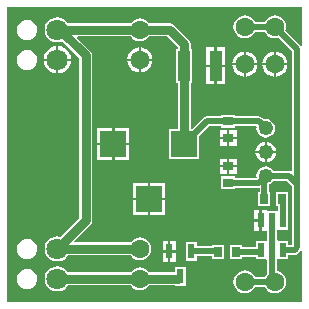
<source format=gtl>
%FSLAX24Y24*%
%MOIN*%
G70*
G01*
G75*
G04 Layer_Physical_Order=1*
G04 Layer_Color=255*
%ADD10R,0.0236X0.0512*%
%ADD11R,0.0276X0.0354*%
%ADD12R,0.0217X0.0512*%
%ADD13R,0.0354X0.0315*%
%ADD14R,0.0433X0.1024*%
%ADD15C,0.0300*%
%ADD16C,0.0200*%
%ADD17R,0.0866X0.0866*%
%ADD18C,0.0630*%
%ADD19C,0.0709*%
%ADD20C,0.0492*%
G36*
X19913Y18630D02*
X19865Y18615D01*
X19865Y18615D01*
X19355Y19126D01*
X19365Y19152D01*
X19378Y19250D01*
X19365Y19348D01*
X19328Y19439D01*
X19267Y19517D01*
X19189Y19578D01*
X19098Y19615D01*
X19000Y19628D01*
X18902Y19615D01*
X18811Y19578D01*
X18733Y19517D01*
X18672Y19439D01*
X18662Y19413D01*
X18338D01*
X18328Y19439D01*
X18267Y19517D01*
X18189Y19578D01*
X18098Y19615D01*
X18000Y19628D01*
X17902Y19615D01*
X17811Y19578D01*
X17733Y19517D01*
X17672Y19439D01*
X17635Y19348D01*
X17622Y19250D01*
X17635Y19152D01*
X17672Y19061D01*
X17733Y18983D01*
X17811Y18922D01*
X17902Y18885D01*
X18000Y18872D01*
X18098Y18885D01*
X18189Y18922D01*
X18267Y18983D01*
X18328Y19061D01*
X18338Y19087D01*
X18662D01*
X18672Y19061D01*
X18733Y18983D01*
X18811Y18922D01*
X18902Y18885D01*
X19000Y18872D01*
X19098Y18885D01*
X19124Y18895D01*
X19587Y18432D01*
Y14450D01*
X19543Y14426D01*
X19525Y14438D01*
X19463Y14450D01*
X18961D01*
X18918Y14505D01*
X18854Y14554D01*
X18780Y14585D01*
X18700Y14596D01*
X18620Y14585D01*
X18546Y14554D01*
X18482Y14505D01*
X18433Y14441D01*
X18402Y14367D01*
X18391Y14287D01*
X18396Y14250D01*
X18363Y14212D01*
X17687D01*
Y14266D01*
X17213D01*
Y13831D01*
X17687D01*
Y13886D01*
X18462D01*
X18492Y13861D01*
Y13737D01*
X18457D01*
Y13263D01*
X18853D01*
Y13737D01*
X18818D01*
Y14005D01*
X18854Y14020D01*
X18918Y14069D01*
X18961Y14124D01*
X19395D01*
X19587Y13932D01*
Y11971D01*
X19442D01*
Y12124D01*
X19106D01*
Y12124D01*
X19098D01*
X19063Y12159D01*
Y12476D01*
X19068Y12476D01*
D01*
D01*
X19106D01*
Y12476D01*
X19442D01*
Y13108D01*
X19437D01*
Y13263D01*
X19443D01*
Y13737D01*
X19047D01*
Y13263D01*
X19111D01*
Y13108D01*
X19106Y13108D01*
D01*
X19068D01*
Y13108D01*
X18734D01*
Y13148D01*
X18566D01*
Y12792D01*
Y12436D01*
X18734D01*
D01*
X18734D01*
X18737Y12434D01*
Y12124D01*
X18694D01*
Y12124D01*
X18358D01*
Y11913D01*
X17893D01*
Y11987D01*
X17497D01*
Y11513D01*
X17893D01*
Y11587D01*
X18358D01*
Y11492D01*
X18694D01*
Y11492D01*
X18702D01*
X18737Y11457D01*
Y11021D01*
X18733Y11017D01*
X18672Y10939D01*
X18662Y10913D01*
X18338D01*
X18328Y10939D01*
X18267Y11017D01*
X18189Y11078D01*
X18098Y11115D01*
X18000Y11128D01*
X17902Y11115D01*
X17811Y11078D01*
X17733Y11017D01*
X17672Y10939D01*
X17635Y10848D01*
X17622Y10750D01*
X17635Y10652D01*
X17672Y10561D01*
X17733Y10483D01*
X17811Y10422D01*
X17902Y10385D01*
X18000Y10372D01*
X18098Y10385D01*
X18189Y10422D01*
X18267Y10483D01*
X18328Y10561D01*
X18338Y10587D01*
X18662D01*
X18672Y10561D01*
X18733Y10483D01*
X18811Y10422D01*
X18902Y10385D01*
X19000Y10372D01*
X19098Y10385D01*
X19189Y10422D01*
X19267Y10483D01*
X19328Y10561D01*
X19365Y10652D01*
X19378Y10750D01*
X19365Y10848D01*
X19328Y10939D01*
X19267Y11017D01*
X19189Y11078D01*
X19098Y11115D01*
X19063Y11120D01*
Y11492D01*
X19106D01*
Y11492D01*
X19442D01*
Y11645D01*
X19658D01*
X19720Y11657D01*
X19773Y11693D01*
X19865Y11785D01*
X19865Y11785D01*
X19913Y11770D01*
Y10087D01*
X10087D01*
Y19913D01*
X19913D01*
Y18630D01*
D02*
G37*
%LPC*%
G36*
X17410Y14857D02*
X17173D01*
Y14640D01*
X17410D01*
Y14857D01*
D02*
G37*
G36*
X17727D02*
X17490D01*
Y14640D01*
X17727D01*
Y14857D01*
D02*
G37*
G36*
X18660Y15034D02*
X18356D01*
X18363Y14984D01*
X18398Y14900D01*
X18453Y14828D01*
X18525Y14772D01*
X18610Y14737D01*
X18660Y14731D01*
Y15034D01*
D02*
G37*
G36*
X15333Y14033D02*
X14840D01*
Y13540D01*
X15333D01*
Y14033D01*
D02*
G37*
G36*
X17410Y14560D02*
X17173D01*
Y14343D01*
X17410D01*
Y14560D01*
D02*
G37*
G36*
X17727D02*
X17490D01*
Y14343D01*
X17727D01*
Y14560D01*
D02*
G37*
G36*
X19044Y15034D02*
X18740D01*
Y14731D01*
X18790Y14737D01*
X18875Y14772D01*
X18947Y14828D01*
X19002Y14900D01*
X19037Y14984D01*
X19044Y15034D01*
D02*
G37*
G36*
X18740Y15418D02*
Y15114D01*
X19044D01*
X19037Y15165D01*
X19002Y15249D01*
X18947Y15321D01*
X18875Y15377D01*
X18790Y15412D01*
X18740Y15418D01*
D02*
G37*
G36*
X17410Y15509D02*
X17173D01*
Y15291D01*
X17410D01*
Y15509D01*
D02*
G37*
G36*
X17727D02*
X17490D01*
Y15291D01*
X17727D01*
Y15509D01*
D02*
G37*
G36*
X13579Y15310D02*
X13086D01*
Y14817D01*
X13579D01*
Y15310D01*
D02*
G37*
G36*
X14152D02*
X13659D01*
Y14817D01*
X14152D01*
Y15310D01*
D02*
G37*
G36*
X18660Y15418D02*
X18610Y15412D01*
X18525Y15377D01*
X18453Y15321D01*
X18398Y15249D01*
X18363Y15165D01*
X18356Y15114D01*
X18660D01*
Y15418D01*
D02*
G37*
G36*
X15694Y11723D02*
X15516D01*
Y11407D01*
X15694D01*
Y11723D01*
D02*
G37*
G36*
X10750Y12188D02*
X10662Y12177D01*
X10581Y12143D01*
X10511Y12089D01*
X10457Y12019D01*
X10423Y11938D01*
X10412Y11850D01*
X10423Y11762D01*
X10457Y11681D01*
X10511Y11611D01*
X10581Y11557D01*
X10662Y11523D01*
X10750Y11512D01*
X10838Y11523D01*
X10919Y11557D01*
X10989Y11611D01*
X11043Y11681D01*
X11077Y11762D01*
X11088Y11850D01*
X11077Y11938D01*
X11043Y12019D01*
X10989Y12089D01*
X10919Y12143D01*
X10838Y12177D01*
X10750Y12188D01*
D02*
G37*
G36*
X16402Y12079D02*
X16046D01*
Y11447D01*
X16402D01*
Y11600D01*
X16907D01*
Y11513D01*
X17303D01*
Y11987D01*
X16907D01*
Y11927D01*
X16402D01*
Y12079D01*
D02*
G37*
G36*
X10750Y11188D02*
X10662Y11177D01*
X10581Y11143D01*
X10511Y11089D01*
X10457Y11019D01*
X10423Y10938D01*
X10412Y10850D01*
X10423Y10762D01*
X10457Y10681D01*
X10511Y10611D01*
X10581Y10557D01*
X10662Y10523D01*
X10750Y10512D01*
X10838Y10523D01*
X10919Y10557D01*
X10989Y10611D01*
X11043Y10681D01*
X11077Y10762D01*
X11088Y10850D01*
X11077Y10938D01*
X11043Y11019D01*
X10989Y11089D01*
X10919Y11143D01*
X10838Y11177D01*
X10750Y11188D01*
D02*
G37*
G36*
X11750Y11268D02*
X11642Y11254D01*
X11541Y11212D01*
X11454Y11145D01*
X11388Y11059D01*
X11346Y10958D01*
X11332Y10850D01*
X11346Y10742D01*
X11388Y10641D01*
X11454Y10554D01*
X11541Y10488D01*
X11642Y10446D01*
X11750Y10432D01*
X11858Y10446D01*
X11959Y10488D01*
X12046Y10554D01*
X12108Y10636D01*
X14192D01*
X14233Y10583D01*
X14311Y10522D01*
X14402Y10485D01*
X14500Y10472D01*
X14598Y10485D01*
X14689Y10522D01*
X14767Y10583D01*
X14808Y10636D01*
X15672D01*
Y10621D01*
X16028D01*
Y11253D01*
X15672D01*
Y11064D01*
X14808D01*
X14767Y11117D01*
X14689Y11178D01*
X14598Y11215D01*
X14500Y11228D01*
X14402Y11215D01*
X14311Y11178D01*
X14233Y11117D01*
X14192Y11064D01*
X12108D01*
X12046Y11145D01*
X11959Y11212D01*
X11858Y11254D01*
X11750Y11268D01*
D02*
G37*
G36*
X15436Y11723D02*
X15258D01*
Y11407D01*
X15436D01*
Y11723D01*
D02*
G37*
G36*
Y12119D02*
X15258D01*
Y11803D01*
X15436D01*
Y12119D01*
D02*
G37*
G36*
X14760Y13460D02*
X14267D01*
Y12967D01*
X14760D01*
Y13460D01*
D02*
G37*
G36*
X15333D02*
X14840D01*
Y12967D01*
X15333D01*
Y13460D01*
D02*
G37*
G36*
X14760Y14033D02*
X14267D01*
Y13540D01*
X14760D01*
Y14033D01*
D02*
G37*
G36*
X15694Y12119D02*
X15516D01*
Y11803D01*
X15694D01*
Y12119D01*
D02*
G37*
G36*
X18486Y12752D02*
X18318D01*
Y12436D01*
X18486D01*
Y12752D01*
D02*
G37*
G36*
Y13148D02*
X18318D01*
Y12832D01*
X18486D01*
Y13148D01*
D02*
G37*
G36*
X13579Y15883D02*
X13086D01*
Y15390D01*
X13579D01*
Y15883D01*
D02*
G37*
G36*
X17348Y18562D02*
X17071D01*
Y17990D01*
X17348D01*
Y18562D01*
D02*
G37*
G36*
X17960Y18413D02*
X17892Y18404D01*
X17791Y18362D01*
X17704Y18296D01*
X17638Y18209D01*
X17596Y18108D01*
X17587Y18040D01*
X17960D01*
Y18413D01*
D02*
G37*
G36*
X18040D02*
Y18040D01*
X18413D01*
X18404Y18108D01*
X18362Y18209D01*
X18296Y18296D01*
X18209Y18362D01*
X18108Y18404D01*
X18040Y18413D01*
D02*
G37*
G36*
X14913Y18110D02*
X14540D01*
Y17737D01*
X14608Y17746D01*
X14709Y17788D01*
X14796Y17854D01*
X14862Y17941D01*
X14904Y18042D01*
X14913Y18110D01*
D02*
G37*
G36*
X10750Y18488D02*
X10662Y18477D01*
X10581Y18443D01*
X10511Y18389D01*
X10457Y18319D01*
X10423Y18238D01*
X10412Y18150D01*
X10423Y18062D01*
X10457Y17981D01*
X10511Y17911D01*
X10581Y17857D01*
X10662Y17823D01*
X10750Y17812D01*
X10838Y17823D01*
X10919Y17857D01*
X10989Y17911D01*
X11043Y17981D01*
X11077Y18062D01*
X11088Y18150D01*
X11077Y18238D01*
X11043Y18319D01*
X10989Y18389D01*
X10919Y18443D01*
X10838Y18477D01*
X10750Y18488D01*
D02*
G37*
G36*
X16991Y18562D02*
X16715D01*
Y17990D01*
X16991D01*
Y18562D01*
D02*
G37*
G36*
X18960Y18413D02*
X18892Y18404D01*
X18791Y18362D01*
X18704Y18296D01*
X18638Y18209D01*
X18596Y18108D01*
X18587Y18040D01*
X18960D01*
Y18413D01*
D02*
G37*
G36*
X14460Y18563D02*
X14392Y18554D01*
X14291Y18512D01*
X14204Y18446D01*
X14138Y18359D01*
X14096Y18258D01*
X14087Y18190D01*
X14460D01*
Y18563D01*
D02*
G37*
G36*
X14540D02*
Y18190D01*
X14913D01*
X14904Y18258D01*
X14862Y18359D01*
X14796Y18446D01*
X14709Y18512D01*
X14608Y18554D01*
X14540Y18563D01*
D02*
G37*
G36*
X10750Y19488D02*
X10662Y19477D01*
X10581Y19443D01*
X10511Y19389D01*
X10457Y19319D01*
X10423Y19238D01*
X10412Y19150D01*
X10423Y19062D01*
X10457Y18981D01*
X10511Y18911D01*
X10581Y18857D01*
X10662Y18823D01*
X10750Y18812D01*
X10838Y18823D01*
X10919Y18857D01*
X10989Y18911D01*
X11043Y18981D01*
X11077Y19062D01*
X11088Y19150D01*
X11077Y19238D01*
X11043Y19319D01*
X10989Y19389D01*
X10919Y19443D01*
X10838Y19477D01*
X10750Y19488D01*
D02*
G37*
G36*
X19040Y18413D02*
Y18040D01*
X19413D01*
X19404Y18108D01*
X19362Y18209D01*
X19296Y18296D01*
X19209Y18362D01*
X19108Y18404D01*
X19040Y18413D01*
D02*
G37*
G36*
X11710Y18603D02*
X11631Y18593D01*
X11521Y18547D01*
X11426Y18474D01*
X11353Y18379D01*
X11307Y18269D01*
X11297Y18190D01*
X11710D01*
Y18603D01*
D02*
G37*
G36*
X11790D02*
Y18190D01*
X12203D01*
X12193Y18269D01*
X12147Y18379D01*
X12074Y18474D01*
X11979Y18547D01*
X11869Y18593D01*
X11790Y18603D01*
D02*
G37*
G36*
X17727Y15806D02*
X17490D01*
Y15589D01*
X17727D01*
Y15806D01*
D02*
G37*
G36*
X16991Y17910D02*
X16715D01*
Y17338D01*
X16991D01*
Y17910D01*
D02*
G37*
G36*
X17348D02*
X17071D01*
Y17338D01*
X17348D01*
Y17910D01*
D02*
G37*
G36*
X14152Y15883D02*
X13659D01*
Y15390D01*
X14152D01*
Y15883D01*
D02*
G37*
G36*
X11750Y19568D02*
X11642Y19554D01*
X11541Y19512D01*
X11454Y19446D01*
X11388Y19359D01*
X11346Y19258D01*
X11332Y19150D01*
X11346Y19042D01*
X11388Y18941D01*
X11454Y18855D01*
X11541Y18788D01*
X11642Y18746D01*
X11750Y18732D01*
X11858Y18746D01*
X11924Y18773D01*
X12486Y18211D01*
Y12889D01*
X11852Y12255D01*
X11750Y12268D01*
X11642Y12254D01*
X11541Y12212D01*
X11454Y12146D01*
X11388Y12059D01*
X11346Y11958D01*
X11332Y11850D01*
X11346Y11742D01*
X11388Y11641D01*
X11454Y11554D01*
X11541Y11488D01*
X11642Y11446D01*
X11750Y11432D01*
X11858Y11446D01*
X11959Y11488D01*
X12046Y11554D01*
X12108Y11636D01*
X14192D01*
X14233Y11583D01*
X14311Y11522D01*
X14402Y11485D01*
X14500Y11472D01*
X14598Y11485D01*
X14689Y11522D01*
X14767Y11583D01*
X14828Y11661D01*
X14865Y11752D01*
X14878Y11850D01*
X14865Y11948D01*
X14828Y12039D01*
X14767Y12117D01*
X14689Y12178D01*
X14598Y12215D01*
X14500Y12228D01*
X14402Y12215D01*
X14311Y12178D01*
X14233Y12117D01*
X14192Y12064D01*
X12332D01*
X12313Y12110D01*
X12851Y12649D01*
X12898Y12718D01*
X12898Y12718D01*
X12898Y12718D01*
X12914Y12800D01*
Y18300D01*
X12898Y18382D01*
X12851Y18451D01*
X12413Y18890D01*
X12432Y18936D01*
X14192D01*
X14233Y18883D01*
X14311Y18822D01*
X14402Y18785D01*
X14500Y18772D01*
X14598Y18785D01*
X14689Y18822D01*
X14767Y18883D01*
X14808Y18936D01*
X15411D01*
X15767Y18580D01*
Y18522D01*
X15692D01*
Y17378D01*
X15767D01*
Y15843D01*
X15488D01*
Y14857D01*
X16474D01*
Y15612D01*
X16799Y15937D01*
X17213D01*
Y15883D01*
X17687D01*
Y15937D01*
X18363D01*
X18396Y15899D01*
X18391Y15862D01*
X18402Y15782D01*
X18433Y15707D01*
X18482Y15644D01*
X18546Y15594D01*
X18620Y15564D01*
X18700Y15553D01*
X18780Y15564D01*
X18854Y15594D01*
X18918Y15644D01*
X18967Y15707D01*
X18998Y15782D01*
X19009Y15862D01*
X18998Y15942D01*
X18967Y16016D01*
X18918Y16080D01*
X18854Y16129D01*
X18780Y16160D01*
X18700Y16171D01*
X18631Y16161D01*
X18577Y16215D01*
X18524Y16251D01*
X18462Y16263D01*
X17687D01*
Y16317D01*
X17213D01*
Y16263D01*
X16731D01*
X16669Y16251D01*
X16616Y16215D01*
X16243Y15843D01*
X16195D01*
Y17378D01*
X16245D01*
Y18522D01*
X16195D01*
Y18669D01*
X16179Y18751D01*
X16133Y18820D01*
X15651Y19301D01*
X15582Y19348D01*
X15500Y19364D01*
X14808D01*
X14767Y19417D01*
X14689Y19478D01*
X14598Y19515D01*
X14500Y19528D01*
X14402Y19515D01*
X14311Y19478D01*
X14233Y19417D01*
X14192Y19364D01*
X12108D01*
X12046Y19446D01*
X11959Y19512D01*
X11858Y19554D01*
X11750Y19568D01*
D02*
G37*
G36*
X17410Y15806D02*
X17173D01*
Y15589D01*
X17410D01*
Y15806D01*
D02*
G37*
G36*
X17960Y17960D02*
X17587D01*
X17596Y17892D01*
X17638Y17791D01*
X17704Y17704D01*
X17791Y17638D01*
X17892Y17596D01*
X17960Y17587D01*
Y17960D01*
D02*
G37*
G36*
X11710Y18110D02*
X11297D01*
X11307Y18031D01*
X11353Y17921D01*
X11426Y17826D01*
X11521Y17753D01*
X11631Y17707D01*
X11710Y17697D01*
Y18110D01*
D02*
G37*
G36*
X12203D02*
X11790D01*
Y17697D01*
X11869Y17707D01*
X11979Y17753D01*
X12074Y17826D01*
X12147Y17921D01*
X12193Y18031D01*
X12203Y18110D01*
D02*
G37*
G36*
X14460D02*
X14087D01*
X14096Y18042D01*
X14138Y17941D01*
X14204Y17854D01*
X14291Y17788D01*
X14392Y17746D01*
X14460Y17737D01*
Y18110D01*
D02*
G37*
G36*
X18413Y17960D02*
X18040D01*
Y17587D01*
X18108Y17596D01*
X18209Y17638D01*
X18296Y17704D01*
X18362Y17791D01*
X18404Y17892D01*
X18413Y17960D01*
D02*
G37*
G36*
X18960D02*
X18587D01*
X18596Y17892D01*
X18638Y17791D01*
X18704Y17704D01*
X18791Y17638D01*
X18892Y17596D01*
X18960Y17587D01*
Y17960D01*
D02*
G37*
G36*
X19413D02*
X19040D01*
Y17587D01*
X19108Y17596D01*
X19209Y17638D01*
X19296Y17704D01*
X19362Y17791D01*
X19404Y17892D01*
X19413Y17960D01*
D02*
G37*
%LPD*%
D10*
X16224Y11763D02*
D03*
X15476D02*
D03*
X15850Y10937D02*
D03*
D11*
X17105Y11750D02*
D03*
X17695D02*
D03*
X18655Y13500D02*
D03*
X19245D02*
D03*
D12*
X19274Y12792D02*
D03*
X18900D02*
D03*
X18526D02*
D03*
Y11808D02*
D03*
X19274D02*
D03*
D13*
X17450Y14600D02*
D03*
Y14049D02*
D03*
X17450Y15549D02*
D03*
Y16100D02*
D03*
D14*
X15969Y17950D02*
D03*
X17032D02*
D03*
D15*
X11750Y19150D02*
X11850D01*
X12700Y18300D01*
Y12800D02*
Y18300D01*
X11750Y11850D02*
X12700Y12800D01*
X11750Y11850D02*
X14500D01*
X11850Y19150D02*
X14500D01*
X15500D01*
X15981Y18669D01*
Y15350D02*
Y18669D01*
X11750Y10850D02*
X14500D01*
X15763D01*
D16*
X16224Y11763D02*
X17091D01*
X17695Y11750D02*
X18468D01*
X18900Y10850D02*
Y12792D01*
X18000Y10750D02*
X19000D01*
X19274Y12792D02*
Y13471D01*
X18655Y13500D02*
Y14242D01*
X18700Y14287D02*
X19463D01*
X19750Y14000D01*
Y11900D02*
Y14000D01*
X19658Y11808D02*
X19750Y11900D01*
X19274Y11808D02*
X19658D01*
X17450Y14049D02*
X18462D01*
X18655Y14242D01*
X17450Y16100D02*
X18462D01*
X18700Y15862D01*
X15981Y15350D02*
X16731Y16100D01*
X17450D01*
X18000Y19250D02*
X19000D01*
X19750Y18500D01*
Y14000D02*
Y18500D01*
D17*
X14800Y13500D02*
D03*
X13619Y15350D02*
D03*
X15981D02*
D03*
D18*
X14500Y18150D02*
D03*
Y19150D02*
D03*
X18000Y19250D02*
D03*
X19000D02*
D03*
X14500Y11850D02*
D03*
Y10850D02*
D03*
X18000Y10750D02*
D03*
X19000D02*
D03*
X18000Y18000D02*
D03*
X19000D02*
D03*
D19*
X11750Y11850D02*
D03*
Y10850D02*
D03*
Y19150D02*
D03*
Y18150D02*
D03*
D20*
X18700Y14287D02*
D03*
Y15074D02*
D03*
Y15862D02*
D03*
M02*

</source>
